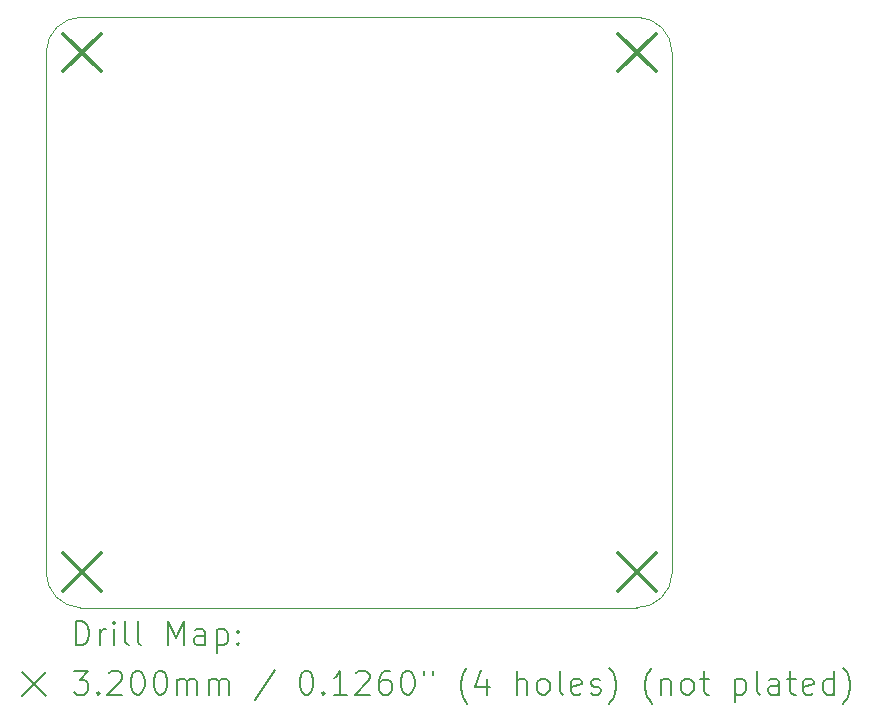
<source format=gbr>
%FSLAX45Y45*%
G04 Gerber Fmt 4.5, Leading zero omitted, Abs format (unit mm)*
G04 Created by KiCad (PCBNEW (6.0.1)) date 2023-06-09 19:02:08*
%MOMM*%
%LPD*%
G01*
G04 APERTURE LIST*
%TA.AperFunction,Profile*%
%ADD10C,0.100000*%
%TD*%
%ADD11C,0.200000*%
%ADD12C,0.320000*%
G04 APERTURE END LIST*
D10*
X5000000Y-167D02*
G75*
G03*
X5300000Y290000I0J300167D01*
G01*
X5300000Y290000D02*
X5300167Y4700000D01*
X290000Y0D02*
X5000000Y-167D01*
X5300167Y4700000D02*
G75*
G03*
X5010000Y5000000I-300167J0D01*
G01*
X-167Y300000D02*
G75*
G03*
X290000Y0I300167J0D01*
G01*
X5010000Y5000000D02*
X300000Y5000167D01*
X0Y4710000D02*
X-167Y300000D01*
X300000Y5000167D02*
G75*
G03*
X0Y4710000I0J-300167D01*
G01*
D11*
D12*
X140000Y4860000D02*
X460000Y4540000D01*
X460000Y4860000D02*
X140000Y4540000D01*
X140000Y460000D02*
X460000Y140000D01*
X460000Y460000D02*
X140000Y140000D01*
X4840000Y4860000D02*
X5160000Y4540000D01*
X5160000Y4860000D02*
X4840000Y4540000D01*
X4840000Y460000D02*
X5160000Y140000D01*
X5160000Y460000D02*
X4840000Y140000D01*
D11*
X252452Y-315643D02*
X252452Y-115643D01*
X300071Y-115643D01*
X328643Y-125167D01*
X347691Y-144214D01*
X357214Y-163262D01*
X366738Y-201357D01*
X366738Y-229928D01*
X357214Y-268024D01*
X347691Y-287071D01*
X328643Y-306119D01*
X300071Y-315643D01*
X252452Y-315643D01*
X452452Y-315643D02*
X452452Y-182309D01*
X452452Y-220405D02*
X461976Y-201357D01*
X471500Y-191833D01*
X490548Y-182309D01*
X509595Y-182309D01*
X576262Y-315643D02*
X576262Y-182309D01*
X576262Y-115643D02*
X566738Y-125167D01*
X576262Y-134690D01*
X585786Y-125167D01*
X576262Y-115643D01*
X576262Y-134690D01*
X700071Y-315643D02*
X681024Y-306119D01*
X671500Y-287071D01*
X671500Y-115643D01*
X804833Y-315643D02*
X785786Y-306119D01*
X776262Y-287071D01*
X776262Y-115643D01*
X1033405Y-315643D02*
X1033405Y-115643D01*
X1100071Y-258500D01*
X1166738Y-115643D01*
X1166738Y-315643D01*
X1347691Y-315643D02*
X1347691Y-210881D01*
X1338167Y-191833D01*
X1319119Y-182309D01*
X1281024Y-182309D01*
X1261976Y-191833D01*
X1347691Y-306119D02*
X1328643Y-315643D01*
X1281024Y-315643D01*
X1261976Y-306119D01*
X1252452Y-287071D01*
X1252452Y-268024D01*
X1261976Y-248976D01*
X1281024Y-239452D01*
X1328643Y-239452D01*
X1347691Y-229928D01*
X1442929Y-182309D02*
X1442929Y-382309D01*
X1442929Y-191833D02*
X1461976Y-182309D01*
X1500071Y-182309D01*
X1519119Y-191833D01*
X1528643Y-201357D01*
X1538167Y-220405D01*
X1538167Y-277548D01*
X1528643Y-296595D01*
X1519119Y-306119D01*
X1500071Y-315643D01*
X1461976Y-315643D01*
X1442929Y-306119D01*
X1623881Y-296595D02*
X1633405Y-306119D01*
X1623881Y-315643D01*
X1614357Y-306119D01*
X1623881Y-296595D01*
X1623881Y-315643D01*
X1623881Y-191833D02*
X1633405Y-201357D01*
X1623881Y-210881D01*
X1614357Y-201357D01*
X1623881Y-191833D01*
X1623881Y-210881D01*
X-205167Y-545167D02*
X-5167Y-745167D01*
X-5167Y-545167D02*
X-205167Y-745167D01*
X233405Y-535643D02*
X357214Y-535643D01*
X290548Y-611833D01*
X319119Y-611833D01*
X338167Y-621357D01*
X347691Y-630881D01*
X357214Y-649929D01*
X357214Y-697548D01*
X347691Y-716595D01*
X338167Y-726119D01*
X319119Y-735643D01*
X261976Y-735643D01*
X242929Y-726119D01*
X233405Y-716595D01*
X442929Y-716595D02*
X452452Y-726119D01*
X442929Y-735643D01*
X433405Y-726119D01*
X442929Y-716595D01*
X442929Y-735643D01*
X528643Y-554690D02*
X538167Y-545167D01*
X557214Y-535643D01*
X604833Y-535643D01*
X623881Y-545167D01*
X633405Y-554690D01*
X642929Y-573738D01*
X642929Y-592786D01*
X633405Y-621357D01*
X519119Y-735643D01*
X642929Y-735643D01*
X766738Y-535643D02*
X785786Y-535643D01*
X804833Y-545167D01*
X814357Y-554690D01*
X823881Y-573738D01*
X833405Y-611833D01*
X833405Y-659452D01*
X823881Y-697548D01*
X814357Y-716595D01*
X804833Y-726119D01*
X785786Y-735643D01*
X766738Y-735643D01*
X747690Y-726119D01*
X738167Y-716595D01*
X728643Y-697548D01*
X719119Y-659452D01*
X719119Y-611833D01*
X728643Y-573738D01*
X738167Y-554690D01*
X747690Y-545167D01*
X766738Y-535643D01*
X957214Y-535643D02*
X976262Y-535643D01*
X995309Y-545167D01*
X1004833Y-554690D01*
X1014357Y-573738D01*
X1023881Y-611833D01*
X1023881Y-659452D01*
X1014357Y-697548D01*
X1004833Y-716595D01*
X995309Y-726119D01*
X976262Y-735643D01*
X957214Y-735643D01*
X938167Y-726119D01*
X928643Y-716595D01*
X919119Y-697548D01*
X909595Y-659452D01*
X909595Y-611833D01*
X919119Y-573738D01*
X928643Y-554690D01*
X938167Y-545167D01*
X957214Y-535643D01*
X1109595Y-735643D02*
X1109595Y-602309D01*
X1109595Y-621357D02*
X1119119Y-611833D01*
X1138167Y-602309D01*
X1166738Y-602309D01*
X1185786Y-611833D01*
X1195310Y-630881D01*
X1195310Y-735643D01*
X1195310Y-630881D02*
X1204833Y-611833D01*
X1223881Y-602309D01*
X1252452Y-602309D01*
X1271500Y-611833D01*
X1281024Y-630881D01*
X1281024Y-735643D01*
X1376262Y-735643D02*
X1376262Y-602309D01*
X1376262Y-621357D02*
X1385786Y-611833D01*
X1404833Y-602309D01*
X1433405Y-602309D01*
X1452452Y-611833D01*
X1461976Y-630881D01*
X1461976Y-735643D01*
X1461976Y-630881D02*
X1471500Y-611833D01*
X1490548Y-602309D01*
X1519119Y-602309D01*
X1538167Y-611833D01*
X1547690Y-630881D01*
X1547690Y-735643D01*
X1938167Y-526119D02*
X1766738Y-783262D01*
X2195310Y-535643D02*
X2214357Y-535643D01*
X2233405Y-545167D01*
X2242929Y-554690D01*
X2252452Y-573738D01*
X2261976Y-611833D01*
X2261976Y-659452D01*
X2252452Y-697548D01*
X2242929Y-716595D01*
X2233405Y-726119D01*
X2214357Y-735643D01*
X2195310Y-735643D01*
X2176262Y-726119D01*
X2166738Y-716595D01*
X2157214Y-697548D01*
X2147691Y-659452D01*
X2147691Y-611833D01*
X2157214Y-573738D01*
X2166738Y-554690D01*
X2176262Y-545167D01*
X2195310Y-535643D01*
X2347691Y-716595D02*
X2357214Y-726119D01*
X2347691Y-735643D01*
X2338167Y-726119D01*
X2347691Y-716595D01*
X2347691Y-735643D01*
X2547691Y-735643D02*
X2433405Y-735643D01*
X2490548Y-735643D02*
X2490548Y-535643D01*
X2471500Y-564214D01*
X2452452Y-583262D01*
X2433405Y-592786D01*
X2623881Y-554690D02*
X2633405Y-545167D01*
X2652452Y-535643D01*
X2700071Y-535643D01*
X2719119Y-545167D01*
X2728643Y-554690D01*
X2738167Y-573738D01*
X2738167Y-592786D01*
X2728643Y-621357D01*
X2614357Y-735643D01*
X2738167Y-735643D01*
X2909595Y-535643D02*
X2871500Y-535643D01*
X2852452Y-545167D01*
X2842929Y-554690D01*
X2823881Y-583262D01*
X2814357Y-621357D01*
X2814357Y-697548D01*
X2823881Y-716595D01*
X2833405Y-726119D01*
X2852452Y-735643D01*
X2890548Y-735643D01*
X2909595Y-726119D01*
X2919119Y-716595D01*
X2928643Y-697548D01*
X2928643Y-649929D01*
X2919119Y-630881D01*
X2909595Y-621357D01*
X2890548Y-611833D01*
X2852452Y-611833D01*
X2833405Y-621357D01*
X2823881Y-630881D01*
X2814357Y-649929D01*
X3052452Y-535643D02*
X3071500Y-535643D01*
X3090548Y-545167D01*
X3100071Y-554690D01*
X3109595Y-573738D01*
X3119119Y-611833D01*
X3119119Y-659452D01*
X3109595Y-697548D01*
X3100071Y-716595D01*
X3090548Y-726119D01*
X3071500Y-735643D01*
X3052452Y-735643D01*
X3033405Y-726119D01*
X3023881Y-716595D01*
X3014357Y-697548D01*
X3004833Y-659452D01*
X3004833Y-611833D01*
X3014357Y-573738D01*
X3023881Y-554690D01*
X3033405Y-545167D01*
X3052452Y-535643D01*
X3195309Y-535643D02*
X3195309Y-573738D01*
X3271500Y-535643D02*
X3271500Y-573738D01*
X3566738Y-811833D02*
X3557214Y-802309D01*
X3538167Y-773738D01*
X3528643Y-754690D01*
X3519119Y-726119D01*
X3509595Y-678500D01*
X3509595Y-640405D01*
X3519119Y-592786D01*
X3528643Y-564214D01*
X3538167Y-545167D01*
X3557214Y-516595D01*
X3566738Y-507071D01*
X3728643Y-602309D02*
X3728643Y-735643D01*
X3681024Y-526119D02*
X3633405Y-668976D01*
X3757214Y-668976D01*
X3985786Y-735643D02*
X3985786Y-535643D01*
X4071500Y-735643D02*
X4071500Y-630881D01*
X4061976Y-611833D01*
X4042929Y-602309D01*
X4014357Y-602309D01*
X3995309Y-611833D01*
X3985786Y-621357D01*
X4195310Y-735643D02*
X4176262Y-726119D01*
X4166738Y-716595D01*
X4157214Y-697548D01*
X4157214Y-640405D01*
X4166738Y-621357D01*
X4176262Y-611833D01*
X4195310Y-602309D01*
X4223881Y-602309D01*
X4242929Y-611833D01*
X4252452Y-621357D01*
X4261976Y-640405D01*
X4261976Y-697548D01*
X4252452Y-716595D01*
X4242929Y-726119D01*
X4223881Y-735643D01*
X4195310Y-735643D01*
X4376262Y-735643D02*
X4357214Y-726119D01*
X4347691Y-707071D01*
X4347691Y-535643D01*
X4528643Y-726119D02*
X4509595Y-735643D01*
X4471500Y-735643D01*
X4452452Y-726119D01*
X4442929Y-707071D01*
X4442929Y-630881D01*
X4452452Y-611833D01*
X4471500Y-602309D01*
X4509595Y-602309D01*
X4528643Y-611833D01*
X4538167Y-630881D01*
X4538167Y-649929D01*
X4442929Y-668976D01*
X4614357Y-726119D02*
X4633405Y-735643D01*
X4671500Y-735643D01*
X4690548Y-726119D01*
X4700071Y-707071D01*
X4700071Y-697548D01*
X4690548Y-678500D01*
X4671500Y-668976D01*
X4642929Y-668976D01*
X4623881Y-659452D01*
X4614357Y-640405D01*
X4614357Y-630881D01*
X4623881Y-611833D01*
X4642929Y-602309D01*
X4671500Y-602309D01*
X4690548Y-611833D01*
X4766738Y-811833D02*
X4776262Y-802309D01*
X4795310Y-773738D01*
X4804833Y-754690D01*
X4814357Y-726119D01*
X4823881Y-678500D01*
X4823881Y-640405D01*
X4814357Y-592786D01*
X4804833Y-564214D01*
X4795310Y-545167D01*
X4776262Y-516595D01*
X4766738Y-507071D01*
X5128643Y-811833D02*
X5119119Y-802309D01*
X5100071Y-773738D01*
X5090548Y-754690D01*
X5081024Y-726119D01*
X5071500Y-678500D01*
X5071500Y-640405D01*
X5081024Y-592786D01*
X5090548Y-564214D01*
X5100071Y-545167D01*
X5119119Y-516595D01*
X5128643Y-507071D01*
X5204833Y-602309D02*
X5204833Y-735643D01*
X5204833Y-621357D02*
X5214357Y-611833D01*
X5233405Y-602309D01*
X5261976Y-602309D01*
X5281024Y-611833D01*
X5290548Y-630881D01*
X5290548Y-735643D01*
X5414357Y-735643D02*
X5395310Y-726119D01*
X5385786Y-716595D01*
X5376262Y-697548D01*
X5376262Y-640405D01*
X5385786Y-621357D01*
X5395310Y-611833D01*
X5414357Y-602309D01*
X5442929Y-602309D01*
X5461976Y-611833D01*
X5471500Y-621357D01*
X5481024Y-640405D01*
X5481024Y-697548D01*
X5471500Y-716595D01*
X5461976Y-726119D01*
X5442929Y-735643D01*
X5414357Y-735643D01*
X5538167Y-602309D02*
X5614357Y-602309D01*
X5566738Y-535643D02*
X5566738Y-707071D01*
X5576262Y-726119D01*
X5595309Y-735643D01*
X5614357Y-735643D01*
X5833405Y-602309D02*
X5833405Y-802309D01*
X5833405Y-611833D02*
X5852452Y-602309D01*
X5890548Y-602309D01*
X5909595Y-611833D01*
X5919119Y-621357D01*
X5928643Y-640405D01*
X5928643Y-697548D01*
X5919119Y-716595D01*
X5909595Y-726119D01*
X5890548Y-735643D01*
X5852452Y-735643D01*
X5833405Y-726119D01*
X6042929Y-735643D02*
X6023881Y-726119D01*
X6014357Y-707071D01*
X6014357Y-535643D01*
X6204833Y-735643D02*
X6204833Y-630881D01*
X6195309Y-611833D01*
X6176262Y-602309D01*
X6138167Y-602309D01*
X6119119Y-611833D01*
X6204833Y-726119D02*
X6185786Y-735643D01*
X6138167Y-735643D01*
X6119119Y-726119D01*
X6109595Y-707071D01*
X6109595Y-688024D01*
X6119119Y-668976D01*
X6138167Y-659452D01*
X6185786Y-659452D01*
X6204833Y-649929D01*
X6271500Y-602309D02*
X6347690Y-602309D01*
X6300071Y-535643D02*
X6300071Y-707071D01*
X6309595Y-726119D01*
X6328643Y-735643D01*
X6347690Y-735643D01*
X6490548Y-726119D02*
X6471500Y-735643D01*
X6433405Y-735643D01*
X6414357Y-726119D01*
X6404833Y-707071D01*
X6404833Y-630881D01*
X6414357Y-611833D01*
X6433405Y-602309D01*
X6471500Y-602309D01*
X6490548Y-611833D01*
X6500071Y-630881D01*
X6500071Y-649929D01*
X6404833Y-668976D01*
X6671500Y-735643D02*
X6671500Y-535643D01*
X6671500Y-726119D02*
X6652452Y-735643D01*
X6614357Y-735643D01*
X6595309Y-726119D01*
X6585786Y-716595D01*
X6576262Y-697548D01*
X6576262Y-640405D01*
X6585786Y-621357D01*
X6595309Y-611833D01*
X6614357Y-602309D01*
X6652452Y-602309D01*
X6671500Y-611833D01*
X6747690Y-811833D02*
X6757214Y-802309D01*
X6776262Y-773738D01*
X6785786Y-754690D01*
X6795309Y-726119D01*
X6804833Y-678500D01*
X6804833Y-640405D01*
X6795309Y-592786D01*
X6785786Y-564214D01*
X6776262Y-545167D01*
X6757214Y-516595D01*
X6747690Y-507071D01*
M02*

</source>
